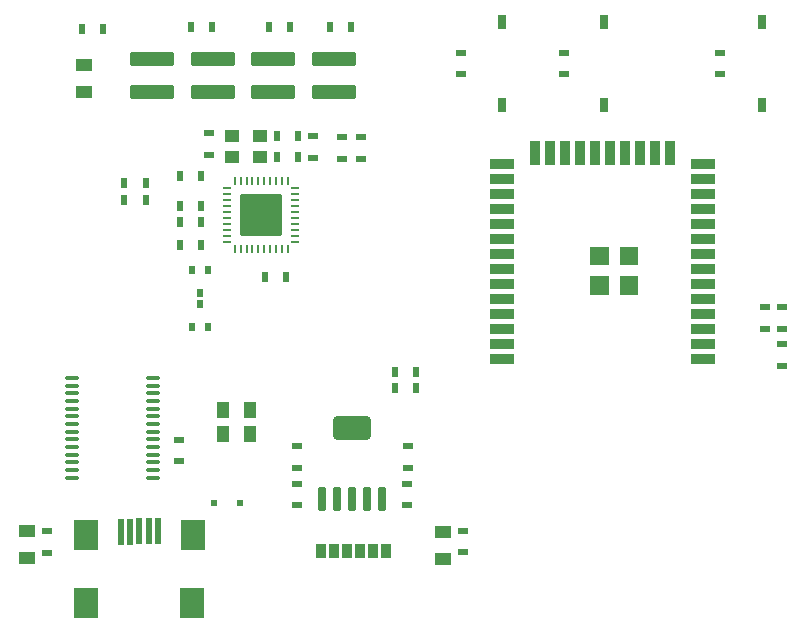
<source format=gtp>
G04*
G04 #@! TF.GenerationSoftware,Altium Limited,Altium Designer,22.4.2 (48)*
G04*
G04 Layer_Color=8421504*
%FSTAX24Y24*%
%MOIN*%
G70*
G04*
G04 #@! TF.SameCoordinates,36F0A17D-9E63-4542-9A5D-60F15C5BBE16*
G04*
G04*
G04 #@! TF.FilePolarity,Positive*
G04*
G01*
G75*
G04:AMPARAMS|DCode=19|XSize=35.4mil|YSize=47.2mil|CornerRadius=1.8mil|HoleSize=0mil|Usage=FLASHONLY|Rotation=180.000|XOffset=0mil|YOffset=0mil|HoleType=Round|Shape=RoundedRectangle|*
%AMROUNDEDRECTD19*
21,1,0.0354,0.0437,0,0,180.0*
21,1,0.0319,0.0472,0,0,180.0*
1,1,0.0035,-0.0159,0.0219*
1,1,0.0035,0.0159,0.0219*
1,1,0.0035,0.0159,-0.0219*
1,1,0.0035,-0.0159,-0.0219*
%
%ADD19ROUNDEDRECTD19*%
%ADD20R,0.0550X0.0394*%
%ADD21R,0.0354X0.0236*%
%ADD22R,0.0315X0.0472*%
%ADD23R,0.0787X0.0354*%
%ADD24R,0.0354X0.0787*%
%ADD25R,0.0197X0.0886*%
%ADD26R,0.0787X0.0984*%
%ADD27R,0.0394X0.0550*%
G04:AMPARAMS|DCode=28|XSize=137.8mil|YSize=137.8mil|CornerRadius=3.4mil|HoleSize=0mil|Usage=FLASHONLY|Rotation=0.000|XOffset=0mil|YOffset=0mil|HoleType=Round|Shape=RoundedRectangle|*
%AMROUNDEDRECTD28*
21,1,0.1378,0.1309,0,0,0.0*
21,1,0.1309,0.1378,0,0,0.0*
1,1,0.0069,0.0655,-0.0655*
1,1,0.0069,-0.0655,-0.0655*
1,1,0.0069,-0.0655,0.0655*
1,1,0.0069,0.0655,0.0655*
%
%ADD28ROUNDEDRECTD28*%
G04:AMPARAMS|DCode=29|XSize=8.7mil|YSize=23.6mil|CornerRadius=0.2mil|HoleSize=0mil|Usage=FLASHONLY|Rotation=90.000|XOffset=0mil|YOffset=0mil|HoleType=Round|Shape=RoundedRectangle|*
%AMROUNDEDRECTD29*
21,1,0.0087,0.0232,0,0,90.0*
21,1,0.0082,0.0236,0,0,90.0*
1,1,0.0004,0.0116,0.0041*
1,1,0.0004,0.0116,-0.0041*
1,1,0.0004,-0.0116,-0.0041*
1,1,0.0004,-0.0116,0.0041*
%
%ADD29ROUNDEDRECTD29*%
G04:AMPARAMS|DCode=30|XSize=8.7mil|YSize=23.6mil|CornerRadius=0.2mil|HoleSize=0mil|Usage=FLASHONLY|Rotation=0.000|XOffset=0mil|YOffset=0mil|HoleType=Round|Shape=RoundedRectangle|*
%AMROUNDEDRECTD30*
21,1,0.0087,0.0232,0,0,0.0*
21,1,0.0082,0.0236,0,0,0.0*
1,1,0.0004,0.0041,-0.0116*
1,1,0.0004,-0.0041,-0.0116*
1,1,0.0004,-0.0041,0.0116*
1,1,0.0004,0.0041,0.0116*
%
%ADD30ROUNDEDRECTD30*%
G04:AMPARAMS|DCode=31|XSize=77.6mil|YSize=24.4mil|CornerRadius=3.1mil|HoleSize=0mil|Usage=FLASHONLY|Rotation=90.000|XOffset=0mil|YOffset=0mil|HoleType=Round|Shape=RoundedRectangle|*
%AMROUNDEDRECTD31*
21,1,0.0776,0.0183,0,0,90.0*
21,1,0.0715,0.0244,0,0,90.0*
1,1,0.0061,0.0092,0.0357*
1,1,0.0061,0.0092,-0.0357*
1,1,0.0061,-0.0092,-0.0357*
1,1,0.0061,-0.0092,0.0357*
%
%ADD31ROUNDEDRECTD31*%
G04:AMPARAMS|DCode=32|XSize=77.6mil|YSize=124.4mil|CornerRadius=9.7mil|HoleSize=0mil|Usage=FLASHONLY|Rotation=90.000|XOffset=0mil|YOffset=0mil|HoleType=Round|Shape=RoundedRectangle|*
%AMROUNDEDRECTD32*
21,1,0.0776,0.1050,0,0,90.0*
21,1,0.0582,0.1244,0,0,90.0*
1,1,0.0194,0.0525,0.0291*
1,1,0.0194,0.0525,-0.0291*
1,1,0.0194,-0.0525,-0.0291*
1,1,0.0194,-0.0525,0.0291*
%
%ADD32ROUNDEDRECTD32*%
%ADD33R,0.0236X0.0354*%
%ADD34O,0.0531X0.0138*%
G04:AMPARAMS|DCode=35|XSize=18.5mil|YSize=23.6mil|CornerRadius=0.9mil|HoleSize=0mil|Usage=FLASHONLY|Rotation=180.000|XOffset=0mil|YOffset=0mil|HoleType=Round|Shape=RoundedRectangle|*
%AMROUNDEDRECTD35*
21,1,0.0185,0.0218,0,0,180.0*
21,1,0.0167,0.0236,0,0,180.0*
1,1,0.0019,-0.0083,0.0109*
1,1,0.0019,0.0083,0.0109*
1,1,0.0019,0.0083,-0.0109*
1,1,0.0019,-0.0083,-0.0109*
%
%ADD35ROUNDEDRECTD35*%
%ADD36R,0.0197X0.0197*%
G04:AMPARAMS|DCode=37|XSize=47.2mil|YSize=145.7mil|CornerRadius=2.4mil|HoleSize=0mil|Usage=FLASHONLY|Rotation=90.000|XOffset=0mil|YOffset=0mil|HoleType=Round|Shape=RoundedRectangle|*
%AMROUNDEDRECTD37*
21,1,0.0472,0.1409,0,0,90.0*
21,1,0.0425,0.1457,0,0,90.0*
1,1,0.0047,0.0705,0.0213*
1,1,0.0047,0.0705,-0.0213*
1,1,0.0047,-0.0705,-0.0213*
1,1,0.0047,-0.0705,0.0213*
%
%ADD37ROUNDEDRECTD37*%
%ADD38R,0.0512X0.0433*%
G36*
X058026Y032948D02*
X058648D01*
Y032326D01*
X058026D01*
Y032948D01*
D02*
G37*
G36*
Y033932D02*
X058648D01*
Y03331D01*
X058026D01*
Y033932D01*
D02*
G37*
G36*
X05901Y032948D02*
X059632D01*
Y032326D01*
X05901D01*
Y032948D01*
D02*
G37*
G36*
Y033932D02*
X059632D01*
Y03331D01*
X05901D01*
Y033932D01*
D02*
G37*
D19*
X049071Y023792D02*
D03*
X049504D02*
D03*
X049937D02*
D03*
X05037D02*
D03*
X050804D02*
D03*
X051237D02*
D03*
D20*
X05311Y023521D02*
D03*
Y024421D02*
D03*
X039272Y023549D02*
D03*
X041162Y0391D02*
D03*
Y04D02*
D03*
X039272Y024449D02*
D03*
D21*
X053799Y023757D02*
D03*
X053799Y024472D02*
D03*
X064437Y029967D02*
D03*
X064437Y030682D02*
D03*
X06237Y040406D02*
D03*
X06237Y039691D02*
D03*
X053728Y040406D02*
D03*
X053728Y039691D02*
D03*
X064437Y031207D02*
D03*
X064437Y031922D02*
D03*
X063846Y031198D02*
D03*
X063846Y031913D02*
D03*
X057154Y039691D02*
D03*
X057154Y040406D02*
D03*
X039931Y023737D02*
D03*
X051949Y027277D02*
D03*
X051949Y026562D02*
D03*
X048248D02*
D03*
X048248Y027277D02*
D03*
X048267Y025312D02*
D03*
X048267Y026027D02*
D03*
X051917Y025312D02*
D03*
X051917Y026027D02*
D03*
X044311Y026784D02*
D03*
X044311Y027499D02*
D03*
X039931Y024452D02*
D03*
X050374Y036862D02*
D03*
X050374Y037577D02*
D03*
X049744Y036862D02*
D03*
X049744Y037577D02*
D03*
X045315Y037D02*
D03*
X045315Y037715D02*
D03*
X048799Y037617D02*
D03*
X048799Y036902D02*
D03*
D22*
X063768Y038664D02*
D03*
Y04142D02*
D03*
X058492Y038664D02*
D03*
Y04142D02*
D03*
X055099Y038664D02*
D03*
Y04142D02*
D03*
D23*
X055089Y030176D02*
D03*
Y030676D02*
D03*
Y031176D02*
D03*
Y031676D02*
D03*
Y032176D02*
D03*
Y032676D02*
D03*
Y033176D02*
D03*
Y033676D02*
D03*
Y034176D02*
D03*
Y034676D02*
D03*
Y035176D02*
D03*
Y035676D02*
D03*
Y036176D02*
D03*
Y036676D02*
D03*
X061782D02*
D03*
Y036176D02*
D03*
Y035676D02*
D03*
Y035176D02*
D03*
Y034676D02*
D03*
Y034176D02*
D03*
Y033676D02*
D03*
Y033176D02*
D03*
Y032676D02*
D03*
Y032176D02*
D03*
Y031676D02*
D03*
Y031176D02*
D03*
Y030676D02*
D03*
Y030176D02*
D03*
D24*
X056185Y03707D02*
D03*
X056685D02*
D03*
X057185D02*
D03*
X057685D02*
D03*
X058185D02*
D03*
X058685D02*
D03*
X059185D02*
D03*
X059685D02*
D03*
X060185D02*
D03*
X060685D02*
D03*
D25*
X043622Y024452D02*
D03*
X043312Y024447D02*
D03*
X043002Y024442D02*
D03*
X042692Y024437D02*
D03*
X042382Y024432D02*
D03*
D26*
X044774Y024312D02*
D03*
X044772Y022052D02*
D03*
X041229D02*
D03*
X04123Y024312D02*
D03*
D27*
X046689Y028505D02*
D03*
X046689Y027705D02*
D03*
X045789D02*
D03*
X045789Y028505D02*
D03*
D28*
X047065Y034991D02*
D03*
D29*
X045923Y035877D02*
D03*
Y03568D02*
D03*
Y035483D02*
D03*
Y035286D02*
D03*
Y035089D02*
D03*
Y034892D02*
D03*
Y034695D02*
D03*
Y034499D02*
D03*
Y034302D02*
D03*
Y034105D02*
D03*
X048206D02*
D03*
Y034302D02*
D03*
Y034499D02*
D03*
Y034695D02*
D03*
Y034892D02*
D03*
Y035089D02*
D03*
Y035286D02*
D03*
Y035483D02*
D03*
Y03568D02*
D03*
Y035877D02*
D03*
D30*
X046179Y033849D02*
D03*
X046376D02*
D03*
X046573D02*
D03*
X046769D02*
D03*
X046966D02*
D03*
X047163D02*
D03*
X04736D02*
D03*
X047557D02*
D03*
X047754D02*
D03*
X047951D02*
D03*
Y036132D02*
D03*
X047754D02*
D03*
X047557D02*
D03*
X04736D02*
D03*
X047163D02*
D03*
X046966D02*
D03*
X046769D02*
D03*
X046573D02*
D03*
X046376D02*
D03*
X046179D02*
D03*
D31*
X049099Y025532D02*
D03*
X049599D02*
D03*
X050099D02*
D03*
X050599D02*
D03*
X051099D02*
D03*
D32*
X050099Y027899D02*
D03*
D33*
X042504Y035495D02*
D03*
X043219Y035495D02*
D03*
X042504Y036046D02*
D03*
X043219Y036046D02*
D03*
X048298Y037621D02*
D03*
X047583Y037621D02*
D03*
X04934Y041243D02*
D03*
X050055Y041243D02*
D03*
X048023Y041243D02*
D03*
X047308Y041243D02*
D03*
X041802Y041204D02*
D03*
X041087Y041204D02*
D03*
X048298Y036912D02*
D03*
X047583Y036912D02*
D03*
X05151Y029218D02*
D03*
X052225Y029218D02*
D03*
X05151Y029768D02*
D03*
X052225Y029768D02*
D03*
X047189Y032936D02*
D03*
X047904Y032936D02*
D03*
X045055Y036282D02*
D03*
X04434Y036282D02*
D03*
X045055Y035298D02*
D03*
X04434Y035298D02*
D03*
X045055Y033999D02*
D03*
X04434Y033999D02*
D03*
X044709Y041243D02*
D03*
X045424Y041243D02*
D03*
X045055Y034747D02*
D03*
X04434Y034747D02*
D03*
D34*
X043465Y028025D02*
D03*
Y02828D02*
D03*
X040748Y02956D02*
D03*
Y029304D02*
D03*
Y029048D02*
D03*
Y028792D02*
D03*
Y028536D02*
D03*
Y02828D02*
D03*
Y028025D02*
D03*
Y027769D02*
D03*
Y027513D02*
D03*
Y027257D02*
D03*
Y027001D02*
D03*
Y026745D02*
D03*
Y026489D02*
D03*
Y026233D02*
D03*
X043465Y02956D02*
D03*
Y029304D02*
D03*
Y029048D02*
D03*
Y028792D02*
D03*
Y028536D02*
D03*
Y027769D02*
D03*
Y027513D02*
D03*
Y027257D02*
D03*
Y027001D02*
D03*
Y026745D02*
D03*
Y026489D02*
D03*
Y026233D02*
D03*
D35*
X04502Y032011D02*
D03*
X045276Y031263D02*
D03*
X044764D02*
D03*
X04502Y032404D02*
D03*
X044764Y033153D02*
D03*
X045276D02*
D03*
D36*
X045492Y025377D02*
D03*
X046358D02*
D03*
D37*
X043438Y0402D02*
D03*
Y039098D02*
D03*
X045453Y0402D02*
D03*
Y039098D02*
D03*
X047461Y0402D02*
D03*
Y039098D02*
D03*
X049482Y0402D02*
D03*
Y039098D02*
D03*
D38*
X046103Y036912D02*
D03*
X047008D02*
D03*
Y037621D02*
D03*
X046103D02*
D03*
M02*

</source>
